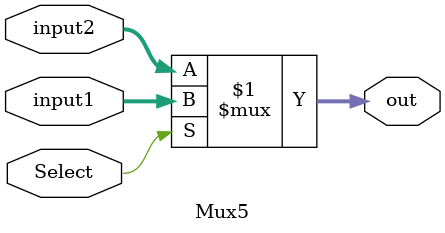
<source format=v>
`timescale 1ns / 1ps


module Mux5(
    input Select,
    input [4:0] input1,
    input [4:0] input2,
    output [4:0] out
    );
    assign out = Select?input1:input2;
endmodule

</source>
